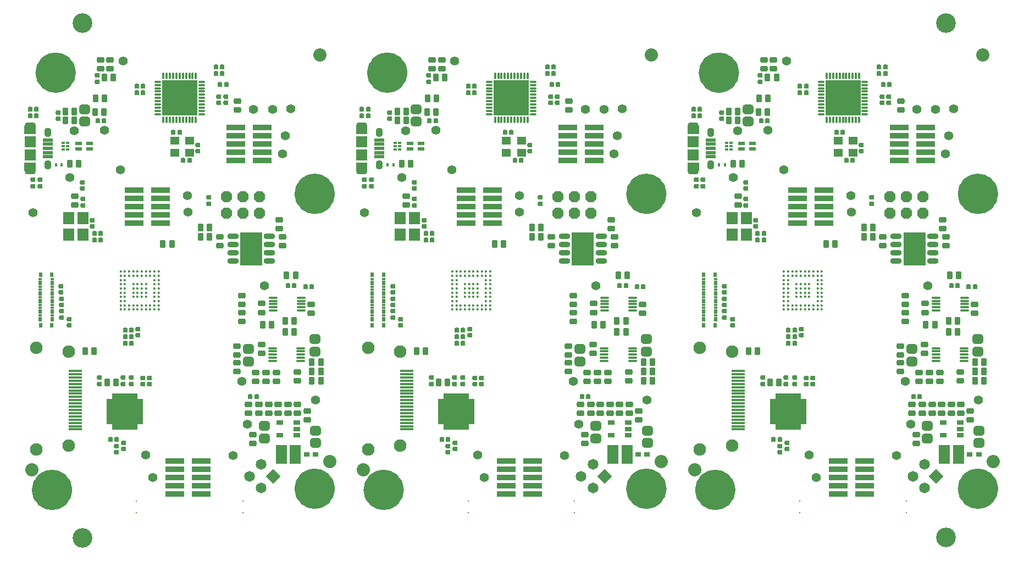
<source format=gts>
G04 Layer_Color=8388736*
%FSLAX24Y24*%
%MOIN*%
G70*
G01*
G75*
%ADD136C,0.1220*%
%ADD137R,0.2244X0.1555*%
%ADD138R,0.1555X0.2244*%
G04:AMPARAMS|DCode=139|XSize=118.7mil|YSize=118.7mil|CornerRadius=59.4mil|HoleSize=0mil|Usage=FLASHONLY|Rotation=90.000|XOffset=0mil|YOffset=0mil|HoleType=Round|Shape=RoundedRectangle|*
%AMROUNDEDRECTD139*
21,1,0.1187,0.0000,0,0,90.0*
21,1,0.0000,0.1187,0,0,90.0*
1,1,0.1187,0.0000,0.0000*
1,1,0.1187,0.0000,0.0000*
1,1,0.1187,0.0000,0.0000*
1,1,0.1187,0.0000,0.0000*
%
%ADD139ROUNDEDRECTD139*%
G04:AMPARAMS|DCode=140|XSize=28mil|YSize=30mil|CornerRadius=7.4mil|HoleSize=0mil|Usage=FLASHONLY|Rotation=0.000|XOffset=0mil|YOffset=0mil|HoleType=Round|Shape=RoundedRectangle|*
%AMROUNDEDRECTD140*
21,1,0.0280,0.0152,0,0,0.0*
21,1,0.0132,0.0300,0,0,0.0*
1,1,0.0148,0.0066,-0.0076*
1,1,0.0148,-0.0066,-0.0076*
1,1,0.0148,-0.0066,0.0076*
1,1,0.0148,0.0066,0.0076*
%
%ADD140ROUNDEDRECTD140*%
G04:AMPARAMS|DCode=141|XSize=28mil|YSize=30mil|CornerRadius=7.4mil|HoleSize=0mil|Usage=FLASHONLY|Rotation=90.000|XOffset=0mil|YOffset=0mil|HoleType=Round|Shape=RoundedRectangle|*
%AMROUNDEDRECTD141*
21,1,0.0280,0.0152,0,0,90.0*
21,1,0.0132,0.0300,0,0,90.0*
1,1,0.0148,0.0076,0.0066*
1,1,0.0148,0.0076,-0.0066*
1,1,0.0148,-0.0076,-0.0066*
1,1,0.0148,-0.0076,0.0066*
%
%ADD141ROUNDEDRECTD141*%
G04:AMPARAMS|DCode=142|XSize=56mil|YSize=56mil|CornerRadius=28mil|HoleSize=0mil|Usage=FLASHONLY|Rotation=90.000|XOffset=0mil|YOffset=0mil|HoleType=Round|Shape=RoundedRectangle|*
%AMROUNDEDRECTD142*
21,1,0.0560,0.0000,0,0,90.0*
21,1,0.0000,0.0560,0,0,90.0*
1,1,0.0560,0.0000,0.0000*
1,1,0.0560,0.0000,0.0000*
1,1,0.0560,0.0000,0.0000*
1,1,0.0560,0.0000,0.0000*
%
%ADD142ROUNDEDRECTD142*%
G04:AMPARAMS|DCode=143|XSize=56mil|YSize=56mil|CornerRadius=28mil|HoleSize=0mil|Usage=FLASHONLY|Rotation=180.000|XOffset=0mil|YOffset=0mil|HoleType=Round|Shape=RoundedRectangle|*
%AMROUNDEDRECTD143*
21,1,0.0560,0.0000,0,0,180.0*
21,1,0.0000,0.0560,0,0,180.0*
1,1,0.0560,0.0000,0.0000*
1,1,0.0560,0.0000,0.0000*
1,1,0.0560,0.0000,0.0000*
1,1,0.0560,0.0000,0.0000*
%
%ADD143ROUNDEDRECTD143*%
G04:AMPARAMS|DCode=144|XSize=35.1mil|YSize=45.4mil|CornerRadius=8.8mil|HoleSize=0mil|Usage=FLASHONLY|Rotation=270.000|XOffset=0mil|YOffset=0mil|HoleType=Round|Shape=RoundedRectangle|*
%AMROUNDEDRECTD144*
21,1,0.0351,0.0277,0,0,270.0*
21,1,0.0175,0.0454,0,0,270.0*
1,1,0.0177,-0.0139,-0.0087*
1,1,0.0177,-0.0139,0.0087*
1,1,0.0177,0.0139,0.0087*
1,1,0.0177,0.0139,-0.0087*
%
%ADD144ROUNDEDRECTD144*%
G04:AMPARAMS|DCode=145|XSize=58mil|YSize=66mil|CornerRadius=16mil|HoleSize=0mil|Usage=FLASHONLY|Rotation=270.000|XOffset=0mil|YOffset=0mil|HoleType=Round|Shape=RoundedRectangle|*
%AMROUNDEDRECTD145*
21,1,0.0580,0.0340,0,0,270.0*
21,1,0.0260,0.0660,0,0,270.0*
1,1,0.0320,-0.0170,-0.0130*
1,1,0.0320,-0.0170,0.0130*
1,1,0.0320,0.0170,0.0130*
1,1,0.0320,0.0170,-0.0130*
%
%ADD145ROUNDEDRECTD145*%
%ADD146R,0.0178X0.0217*%
%ADD147R,0.1162X0.0355*%
%ADD148R,0.0651X0.0729*%
%ADD149O,0.0355X0.0158*%
%ADD150O,0.0158X0.0355*%
%ADD151R,0.1477X0.1477*%
%ADD152R,0.0670X0.0651*%
%ADD153R,0.0592X0.0217*%
%ADD154R,0.0580X0.0480*%
%ADD155R,0.0188X0.0166*%
%ADD156R,0.0414X0.0217*%
%ADD157C,0.0142*%
%ADD158R,0.1320X0.1989*%
%ADD159O,0.0710X0.0355*%
%ADD160R,0.0198X0.0170*%
%ADD161R,0.0206X0.0257*%
%ADD162R,0.0340X0.0260*%
%ADD163R,0.0808X0.0178*%
%ADD164R,0.0670X0.1123*%
G04:AMPARAMS|DCode=165|XSize=35.1mil|YSize=45.4mil|CornerRadius=8.8mil|HoleSize=0mil|Usage=FLASHONLY|Rotation=180.000|XOffset=0mil|YOffset=0mil|HoleType=Round|Shape=RoundedRectangle|*
%AMROUNDEDRECTD165*
21,1,0.0351,0.0277,0,0,180.0*
21,1,0.0175,0.0454,0,0,180.0*
1,1,0.0177,-0.0087,0.0139*
1,1,0.0177,0.0087,0.0139*
1,1,0.0177,0.0087,-0.0139*
1,1,0.0177,-0.0087,-0.0139*
%
%ADD165ROUNDEDRECTD165*%
%ADD166O,0.0513X0.0158*%
%ADD167R,0.0395X0.0277*%
%ADD168R,0.2147X0.2147*%
%ADD169O,0.0158X0.0395*%
%ADD170O,0.0395X0.0158*%
G04:AMPARAMS|DCode=171|XSize=80mil|YSize=80mil|CornerRadius=40mil|HoleSize=0mil|Usage=FLASHONLY|Rotation=90.000|XOffset=0mil|YOffset=0mil|HoleType=Round|Shape=RoundedRectangle|*
%AMROUNDEDRECTD171*
21,1,0.0800,0.0000,0,0,90.0*
21,1,0.0000,0.0800,0,0,90.0*
1,1,0.0800,0.0000,0.0000*
1,1,0.0800,0.0000,0.0000*
1,1,0.0800,0.0000,0.0000*
1,1,0.0800,0.0000,0.0000*
%
%ADD171ROUNDEDRECTD171*%
%ADD172R,0.0060X0.0060*%
%ADD173P,0.0736X8X202.5*%
G04:AMPARAMS|DCode=174|XSize=67mil|YSize=41mil|CornerRadius=17mil|HoleSize=0mil|Usage=FLASHONLY|Rotation=0.000|XOffset=0mil|YOffset=0mil|HoleType=Round|Shape=RoundedRectangle|*
%AMROUNDEDRECTD174*
21,1,0.0670,0.0070,0,0,0.0*
21,1,0.0330,0.0410,0,0,0.0*
1,1,0.0340,0.0165,-0.0035*
1,1,0.0340,-0.0165,-0.0035*
1,1,0.0340,-0.0165,0.0035*
1,1,0.0340,0.0165,0.0035*
%
%ADD174ROUNDEDRECTD174*%
G04:AMPARAMS|DCode=175|XSize=55.2mil|YSize=42.6mil|CornerRadius=17.6mil|HoleSize=0mil|Usage=FLASHONLY|Rotation=270.000|XOffset=0mil|YOffset=0mil|HoleType=Round|Shape=RoundedRectangle|*
%AMROUNDEDRECTD175*
21,1,0.0552,0.0073,0,0,270.0*
21,1,0.0199,0.0426,0,0,270.0*
1,1,0.0353,-0.0037,-0.0100*
1,1,0.0353,-0.0037,0.0100*
1,1,0.0353,0.0037,0.0100*
1,1,0.0353,0.0037,-0.0100*
%
%ADD175ROUNDEDRECTD175*%
%ADD176C,0.0760*%
%ADD177P,0.0920X4X180.0*%
%ADD178C,0.0651*%
G36*
X41177Y25783D02*
X40488Y25783D01*
X40488Y26295D01*
X41177Y26295D01*
X41177Y25783D01*
D02*
G37*
G36*
X21066D02*
X20377Y25783D01*
X20377Y26295D01*
X21066Y26295D01*
X21066Y25783D01*
D02*
G37*
G36*
X954D02*
X266Y25783D01*
X266Y26295D01*
X954Y26295D01*
X954Y25783D01*
D02*
G37*
G36*
X41177Y23539D02*
X40488Y23539D01*
X40488Y24051D01*
X41177Y24051D01*
X41177Y23539D01*
D02*
G37*
G36*
X21066D02*
X20377Y23539D01*
X20377Y24051D01*
X21066Y24051D01*
X21066Y23539D01*
D02*
G37*
G36*
X954D02*
X266Y23539D01*
X266Y24051D01*
X954Y24051D01*
X954Y23539D01*
D02*
G37*
D136*
X18481Y4269D02*
G03*
X18481Y4269I-610J0D01*
G01*
Y22159D02*
G03*
X18481Y22159I-610J0D01*
G01*
X2770Y29509D02*
G03*
X2770Y29509I-610J0D01*
G01*
X2550Y4199D02*
G03*
X2550Y4199I-610J0D01*
G01*
X38593Y4269D02*
G03*
X38593Y4269I-610J0D01*
G01*
Y22159D02*
G03*
X38593Y22159I-610J0D01*
G01*
X22882Y29509D02*
G03*
X22882Y29509I-610J0D01*
G01*
X22662Y4199D02*
G03*
X22662Y4199I-610J0D01*
G01*
X58704Y4269D02*
G03*
X58704Y4269I-610J0D01*
G01*
Y22159D02*
G03*
X58704Y22159I-610J0D01*
G01*
X42993Y29509D02*
G03*
X42993Y29509I-610J0D01*
G01*
X42773Y4199D02*
G03*
X42773Y4199I-610J0D01*
G01*
D137*
X6350Y8949D02*
D03*
X26461D02*
D03*
X46573D02*
D03*
D138*
X6350D02*
D03*
X26461D02*
D03*
X46573D02*
D03*
D139*
X3789Y32519D02*
D03*
X56151D02*
D03*
Y1319D02*
D03*
X3789Y1289D02*
D03*
D140*
X624Y26879D02*
D03*
X1001D02*
D03*
X624Y27269D02*
D03*
X1001D02*
D03*
X5098Y26579D02*
D03*
X4721D02*
D03*
X6753Y13475D02*
D03*
X6374D02*
D03*
X4504Y19347D02*
D03*
X4883D02*
D03*
X4504Y19737D02*
D03*
X4883D02*
D03*
X6380Y13869D02*
D03*
X6757D02*
D03*
X6754Y13079D02*
D03*
X6377D02*
D03*
X5479Y7263D02*
D03*
X5856D02*
D03*
X9680Y25887D02*
D03*
X9301D02*
D03*
X9901Y24191D02*
D03*
X10278D02*
D03*
X7450Y28669D02*
D03*
X7071D02*
D03*
X7450Y28277D02*
D03*
X7071D02*
D03*
X17689Y16534D02*
D03*
X17310D02*
D03*
X16249Y16573D02*
D03*
X16627D02*
D03*
X12251Y29459D02*
D03*
X11872D02*
D03*
X11871Y29849D02*
D03*
X12250D02*
D03*
X12511Y28799D02*
D03*
X12132D02*
D03*
X14340Y9839D02*
D03*
X13963D02*
D03*
X20735Y26879D02*
D03*
X21112D02*
D03*
X20735Y27269D02*
D03*
X21112D02*
D03*
X25209Y26579D02*
D03*
X24832D02*
D03*
X26865Y13475D02*
D03*
X26486D02*
D03*
X24615Y19347D02*
D03*
X24994D02*
D03*
X24615Y19737D02*
D03*
X24994D02*
D03*
X26491Y13869D02*
D03*
X26868D02*
D03*
X26866Y13079D02*
D03*
X26489D02*
D03*
X25591Y7263D02*
D03*
X25968D02*
D03*
X29791Y25887D02*
D03*
X29412D02*
D03*
X30012Y24191D02*
D03*
X30389D02*
D03*
X27561Y28669D02*
D03*
X27182D02*
D03*
X27561Y28277D02*
D03*
X27182D02*
D03*
X37801Y16534D02*
D03*
X37422D02*
D03*
X36360Y16573D02*
D03*
X36739D02*
D03*
X32362Y29459D02*
D03*
X31983D02*
D03*
X31982Y29849D02*
D03*
X32361D02*
D03*
X32622Y28799D02*
D03*
X32243D02*
D03*
X34451Y9839D02*
D03*
X34074D02*
D03*
X40847Y26879D02*
D03*
X41224D02*
D03*
X40847Y27269D02*
D03*
X41224D02*
D03*
X45321Y26579D02*
D03*
X44944D02*
D03*
X46976Y13475D02*
D03*
X46597D02*
D03*
X44727Y19347D02*
D03*
X45106D02*
D03*
X44727Y19737D02*
D03*
X45106D02*
D03*
X46603Y13869D02*
D03*
X46980D02*
D03*
X46977Y13079D02*
D03*
X46600D02*
D03*
X45702Y7263D02*
D03*
X46079D02*
D03*
X49903Y25887D02*
D03*
X49524D02*
D03*
X50124Y24191D02*
D03*
X50500D02*
D03*
X47673Y28669D02*
D03*
X47294D02*
D03*
X47673Y28277D02*
D03*
X47294D02*
D03*
X57912Y16534D02*
D03*
X57533D02*
D03*
X56471Y16573D02*
D03*
X56850D02*
D03*
X52474Y29459D02*
D03*
X52095D02*
D03*
X52094Y29849D02*
D03*
X52473D02*
D03*
X52734Y28799D02*
D03*
X52355D02*
D03*
X54563Y9839D02*
D03*
X54186D02*
D03*
D141*
X4671Y28962D02*
D03*
Y29339D02*
D03*
X11441Y21559D02*
D03*
Y21938D02*
D03*
X12061Y28048D02*
D03*
Y27669D02*
D03*
X12471Y28048D02*
D03*
Y27669D02*
D03*
X7169Y13579D02*
D03*
Y13956D02*
D03*
X4393Y20547D02*
D03*
Y20170D02*
D03*
X3813Y21837D02*
D03*
Y21460D02*
D03*
X3803Y22489D02*
D03*
Y22866D02*
D03*
X7470Y10620D02*
D03*
Y10999D02*
D03*
X7870Y10620D02*
D03*
Y10999D02*
D03*
X4831Y10632D02*
D03*
Y11009D02*
D03*
X10796Y25116D02*
D03*
Y24739D02*
D03*
X2321Y27079D02*
D03*
Y26702D02*
D03*
X1211Y23009D02*
D03*
Y22630D02*
D03*
X781Y23006D02*
D03*
Y22629D02*
D03*
X6750Y11006D02*
D03*
Y10629D02*
D03*
X5850Y6846D02*
D03*
Y6469D02*
D03*
X6290Y6682D02*
D03*
Y7059D02*
D03*
X6240Y11006D02*
D03*
Y10629D02*
D03*
X2500Y16179D02*
D03*
Y16556D02*
D03*
X2510Y15799D02*
D03*
Y15422D02*
D03*
Y15039D02*
D03*
Y14662D02*
D03*
X2990Y14169D02*
D03*
Y14546D02*
D03*
X24782Y28962D02*
D03*
Y29339D02*
D03*
X31552Y21559D02*
D03*
Y21938D02*
D03*
X32172Y28048D02*
D03*
Y27669D02*
D03*
X32582Y28048D02*
D03*
Y27669D02*
D03*
X27281Y13579D02*
D03*
Y13956D02*
D03*
X24504Y20547D02*
D03*
Y20170D02*
D03*
X23924Y21837D02*
D03*
Y21460D02*
D03*
X23914Y22489D02*
D03*
Y22866D02*
D03*
X27581Y10620D02*
D03*
Y10999D02*
D03*
X27981Y10620D02*
D03*
Y10999D02*
D03*
X24943Y10632D02*
D03*
Y11009D02*
D03*
X30908Y25116D02*
D03*
Y24739D02*
D03*
X22432Y27079D02*
D03*
Y26702D02*
D03*
X21322Y23009D02*
D03*
Y22630D02*
D03*
X20892Y23006D02*
D03*
Y22629D02*
D03*
X26861Y11006D02*
D03*
Y10629D02*
D03*
X25961Y6846D02*
D03*
Y6469D02*
D03*
X26401Y6682D02*
D03*
Y7059D02*
D03*
X26351Y11006D02*
D03*
Y10629D02*
D03*
X22611Y16179D02*
D03*
Y16556D02*
D03*
X22621Y15799D02*
D03*
Y15422D02*
D03*
Y15039D02*
D03*
Y14662D02*
D03*
X23101Y14169D02*
D03*
Y14546D02*
D03*
X44894Y28962D02*
D03*
Y29339D02*
D03*
X51664Y21559D02*
D03*
Y21938D02*
D03*
X52284Y28048D02*
D03*
Y27669D02*
D03*
X52694Y28048D02*
D03*
Y27669D02*
D03*
X47392Y13579D02*
D03*
Y13956D02*
D03*
X44616Y20547D02*
D03*
Y20170D02*
D03*
X44036Y21837D02*
D03*
Y21460D02*
D03*
X44026Y22489D02*
D03*
Y22866D02*
D03*
X47693Y10620D02*
D03*
Y10999D02*
D03*
X48093Y10620D02*
D03*
Y10999D02*
D03*
X45054Y10632D02*
D03*
Y11009D02*
D03*
X51019Y25116D02*
D03*
Y24739D02*
D03*
X42544Y27079D02*
D03*
Y26702D02*
D03*
X41434Y23009D02*
D03*
Y22630D02*
D03*
X41004Y23006D02*
D03*
Y22629D02*
D03*
X46973Y11006D02*
D03*
Y10629D02*
D03*
X46073Y6846D02*
D03*
Y6469D02*
D03*
X46513Y6682D02*
D03*
Y7059D02*
D03*
X46463Y11006D02*
D03*
Y10629D02*
D03*
X42723Y16179D02*
D03*
Y16556D02*
D03*
X42733Y15799D02*
D03*
Y15422D02*
D03*
Y15039D02*
D03*
Y14662D02*
D03*
X43213Y14169D02*
D03*
Y14546D02*
D03*
D142*
X16101Y25679D02*
D03*
X790Y21009D02*
D03*
X14160Y27299D02*
D03*
X15310D02*
D03*
X13790Y8189D02*
D03*
X6091Y23619D02*
D03*
X10181Y21039D02*
D03*
X10161Y22049D02*
D03*
X7630Y6309D02*
D03*
X16410Y27309D02*
D03*
X15910Y24569D02*
D03*
X17910Y9659D02*
D03*
X5121Y26009D02*
D03*
X6251Y30209D02*
D03*
X14823Y16573D02*
D03*
X13451Y10779D02*
D03*
X8051Y4959D02*
D03*
X3281Y25969D02*
D03*
X3031Y23149D02*
D03*
X36212Y25679D02*
D03*
X20901Y21009D02*
D03*
X34271Y27299D02*
D03*
X35421D02*
D03*
X33901Y8189D02*
D03*
X26202Y23619D02*
D03*
X30292Y21039D02*
D03*
X30272Y22049D02*
D03*
X27741Y6309D02*
D03*
X36521Y27309D02*
D03*
X36021Y24569D02*
D03*
X38021Y9659D02*
D03*
X25232Y26009D02*
D03*
X26362Y30209D02*
D03*
X34935Y16573D02*
D03*
X33562Y10779D02*
D03*
X28162Y4959D02*
D03*
X23392Y25969D02*
D03*
X23142Y23149D02*
D03*
X56324Y25679D02*
D03*
X41013Y21009D02*
D03*
X54383Y27299D02*
D03*
X55533D02*
D03*
X54013Y8189D02*
D03*
X46314Y23619D02*
D03*
X50404Y21039D02*
D03*
X50384Y22049D02*
D03*
X47853Y6309D02*
D03*
X56633Y27309D02*
D03*
X56133Y24569D02*
D03*
X58133Y9659D02*
D03*
X45344Y26009D02*
D03*
X46474Y30209D02*
D03*
X55046Y16573D02*
D03*
X53674Y10779D02*
D03*
X48274Y4959D02*
D03*
X43504Y25969D02*
D03*
X43254Y23149D02*
D03*
D143*
X12920Y6279D02*
D03*
X33031D02*
D03*
X53143D02*
D03*
D144*
X16836Y9379D02*
D03*
Y8843D02*
D03*
X13191Y27797D02*
D03*
Y27262D02*
D03*
X16811Y11337D02*
D03*
Y10802D02*
D03*
X14289Y11334D02*
D03*
Y10799D02*
D03*
X14919Y11334D02*
D03*
Y10799D02*
D03*
X15549Y11334D02*
D03*
Y10799D02*
D03*
X17410Y8462D02*
D03*
Y8997D02*
D03*
X14496Y9379D02*
D03*
Y8843D02*
D03*
X15081D02*
D03*
Y9379D02*
D03*
X13860Y8842D02*
D03*
Y9377D02*
D03*
X15666Y8843D02*
D03*
Y9379D02*
D03*
X17658Y15463D02*
D03*
Y14927D02*
D03*
X14666Y14967D02*
D03*
Y15502D02*
D03*
X12105Y19564D02*
D03*
Y19028D02*
D03*
X15935Y19032D02*
D03*
Y19567D02*
D03*
X14643Y13027D02*
D03*
Y12492D02*
D03*
X3323Y22034D02*
D03*
Y21499D02*
D03*
X16251Y8843D02*
D03*
Y9379D02*
D03*
X13151Y12907D02*
D03*
Y12372D02*
D03*
X13455Y15442D02*
D03*
Y15977D02*
D03*
X4891Y30287D02*
D03*
Y29752D02*
D03*
X15728Y20587D02*
D03*
Y20052D02*
D03*
X13151Y11907D02*
D03*
Y11372D02*
D03*
X13455Y14432D02*
D03*
Y14967D02*
D03*
X5461Y30287D02*
D03*
Y29752D02*
D03*
X14130Y7032D02*
D03*
Y7567D02*
D03*
X36948Y9379D02*
D03*
Y8843D02*
D03*
X33302Y27797D02*
D03*
Y27262D02*
D03*
X36922Y11337D02*
D03*
Y10802D02*
D03*
X34400Y11334D02*
D03*
Y10799D02*
D03*
X35030Y11334D02*
D03*
Y10799D02*
D03*
X35660Y11334D02*
D03*
Y10799D02*
D03*
X37521Y8462D02*
D03*
Y8997D02*
D03*
X34608Y9379D02*
D03*
Y8843D02*
D03*
X35193D02*
D03*
Y9379D02*
D03*
X33971Y8842D02*
D03*
Y9377D02*
D03*
X35778Y8843D02*
D03*
Y9379D02*
D03*
X37769Y15463D02*
D03*
Y14927D02*
D03*
X34777Y14967D02*
D03*
Y15502D02*
D03*
X32216Y19564D02*
D03*
Y19028D02*
D03*
X36046Y19032D02*
D03*
Y19567D02*
D03*
X34755Y13027D02*
D03*
Y12492D02*
D03*
X23434Y22034D02*
D03*
Y21499D02*
D03*
X36363Y8843D02*
D03*
Y9379D02*
D03*
X33262Y12907D02*
D03*
Y12372D02*
D03*
X33566Y15442D02*
D03*
Y15977D02*
D03*
X25002Y30287D02*
D03*
Y29752D02*
D03*
X35839Y20587D02*
D03*
Y20052D02*
D03*
X33262Y11907D02*
D03*
Y11372D02*
D03*
X33566Y14432D02*
D03*
Y14967D02*
D03*
X25572Y30287D02*
D03*
Y29752D02*
D03*
X34241Y7032D02*
D03*
Y7567D02*
D03*
X57059Y9379D02*
D03*
Y8843D02*
D03*
X53414Y27797D02*
D03*
Y27262D02*
D03*
X57034Y11337D02*
D03*
Y10802D02*
D03*
X54512Y11334D02*
D03*
Y10799D02*
D03*
X55141Y11334D02*
D03*
Y10799D02*
D03*
X55771Y11334D02*
D03*
Y10799D02*
D03*
X57633Y8462D02*
D03*
Y8997D02*
D03*
X54719Y9379D02*
D03*
Y8843D02*
D03*
X55304D02*
D03*
Y9379D02*
D03*
X54083Y8842D02*
D03*
Y9377D02*
D03*
X55889Y8843D02*
D03*
Y9379D02*
D03*
X57881Y15463D02*
D03*
Y14927D02*
D03*
X54889Y14967D02*
D03*
Y15502D02*
D03*
X52328Y19564D02*
D03*
Y19028D02*
D03*
X56157Y19032D02*
D03*
Y19567D02*
D03*
X54866Y13027D02*
D03*
Y12492D02*
D03*
X43546Y22034D02*
D03*
Y21499D02*
D03*
X56474Y8843D02*
D03*
Y9379D02*
D03*
X53374Y12907D02*
D03*
Y12372D02*
D03*
X53677Y15442D02*
D03*
Y15977D02*
D03*
X45114Y30287D02*
D03*
Y29752D02*
D03*
X55951Y20587D02*
D03*
Y20052D02*
D03*
X53374Y11907D02*
D03*
Y11372D02*
D03*
X53677Y14432D02*
D03*
Y14967D02*
D03*
X45684Y30287D02*
D03*
Y29752D02*
D03*
X54353Y7032D02*
D03*
Y7567D02*
D03*
D145*
X3921Y26546D02*
D03*
Y27300D02*
D03*
X17930Y7799D02*
D03*
Y7045D02*
D03*
X13856Y12746D02*
D03*
Y11992D02*
D03*
X14806Y8081D02*
D03*
Y7327D02*
D03*
X17871Y13337D02*
D03*
Y12583D02*
D03*
X24032Y26546D02*
D03*
Y27300D02*
D03*
X38041Y7799D02*
D03*
Y7045D02*
D03*
X33967Y12746D02*
D03*
Y11992D02*
D03*
X34918Y8081D02*
D03*
Y7327D02*
D03*
X37983Y13337D02*
D03*
Y12583D02*
D03*
X44144Y26546D02*
D03*
Y27300D02*
D03*
X58153Y7799D02*
D03*
Y7045D02*
D03*
X54078Y12746D02*
D03*
Y11992D02*
D03*
X55029Y8081D02*
D03*
Y7327D02*
D03*
X58094Y13337D02*
D03*
Y12583D02*
D03*
D146*
X2174Y23929D02*
D03*
X2528D02*
D03*
X22285D02*
D03*
X22640D02*
D03*
X42397D02*
D03*
X42751D02*
D03*
D147*
X9392Y5959D02*
D03*
X10990D02*
D03*
X9392Y5459D02*
D03*
X10990D02*
D03*
X9392Y4959D02*
D03*
X10990D02*
D03*
X9392Y4459D02*
D03*
X10990D02*
D03*
X9392Y3959D02*
D03*
X10990D02*
D03*
X6931Y22384D02*
D03*
X8529D02*
D03*
X6931Y21884D02*
D03*
X8529D02*
D03*
X6931Y21384D02*
D03*
X8529D02*
D03*
X6931Y20884D02*
D03*
X8529D02*
D03*
X6931Y20384D02*
D03*
X8529D02*
D03*
X14700Y24179D02*
D03*
X13102D02*
D03*
X14700Y24679D02*
D03*
X13102D02*
D03*
X14700Y25179D02*
D03*
X13102D02*
D03*
X14700Y25679D02*
D03*
X13102D02*
D03*
X14700Y26179D02*
D03*
X13102D02*
D03*
X29503Y5959D02*
D03*
X31102D02*
D03*
X29503Y5459D02*
D03*
X31102D02*
D03*
X29503Y4959D02*
D03*
X31102D02*
D03*
X29503Y4459D02*
D03*
X31102D02*
D03*
X29503Y3959D02*
D03*
X31102D02*
D03*
X27042Y22384D02*
D03*
X28641D02*
D03*
X27042Y21884D02*
D03*
X28641D02*
D03*
X27042Y21384D02*
D03*
X28641D02*
D03*
X27042Y20884D02*
D03*
X28641D02*
D03*
X27042Y20384D02*
D03*
X28641D02*
D03*
X34812Y24179D02*
D03*
X33213D02*
D03*
X34812Y24679D02*
D03*
X33213D02*
D03*
X34812Y25179D02*
D03*
X33213D02*
D03*
X34812Y25679D02*
D03*
X33213D02*
D03*
X34812Y26179D02*
D03*
X33213D02*
D03*
X49615Y5959D02*
D03*
X51213D02*
D03*
X49615Y5459D02*
D03*
X51213D02*
D03*
X49615Y4959D02*
D03*
X51213D02*
D03*
X49615Y4459D02*
D03*
X51213D02*
D03*
X49615Y3959D02*
D03*
X51213D02*
D03*
X47154Y22384D02*
D03*
X48752D02*
D03*
X47154Y21884D02*
D03*
X48752D02*
D03*
X47154Y21384D02*
D03*
X48752D02*
D03*
X47154Y20884D02*
D03*
X48752D02*
D03*
X47154Y20384D02*
D03*
X48752D02*
D03*
X54923Y24179D02*
D03*
X53325D02*
D03*
X54923Y24679D02*
D03*
X53325D02*
D03*
X54923Y25179D02*
D03*
X53325D02*
D03*
X54923Y25679D02*
D03*
X53325D02*
D03*
X54923Y26179D02*
D03*
X53325D02*
D03*
D148*
X2950Y20697D02*
D03*
Y19697D02*
D03*
X3816D02*
D03*
Y20697D02*
D03*
X23061D02*
D03*
Y19697D02*
D03*
X23927D02*
D03*
Y20697D02*
D03*
X43173D02*
D03*
Y19697D02*
D03*
X44039D02*
D03*
Y20697D02*
D03*
D149*
X7285Y8260D02*
D03*
Y8457D02*
D03*
Y8654D02*
D03*
Y8851D02*
D03*
Y9048D02*
D03*
Y9245D02*
D03*
Y9441D02*
D03*
Y9638D02*
D03*
X5415D02*
D03*
Y9441D02*
D03*
Y9245D02*
D03*
Y9048D02*
D03*
Y8851D02*
D03*
Y8654D02*
D03*
Y8457D02*
D03*
Y8260D02*
D03*
X27396D02*
D03*
Y8457D02*
D03*
Y8654D02*
D03*
Y8851D02*
D03*
Y9048D02*
D03*
Y9245D02*
D03*
Y9441D02*
D03*
Y9638D02*
D03*
X25526D02*
D03*
Y9441D02*
D03*
Y9245D02*
D03*
Y9048D02*
D03*
Y8851D02*
D03*
Y8654D02*
D03*
Y8457D02*
D03*
Y8260D02*
D03*
X47508D02*
D03*
Y8457D02*
D03*
Y8654D02*
D03*
Y8851D02*
D03*
Y9048D02*
D03*
Y9245D02*
D03*
Y9441D02*
D03*
Y9638D02*
D03*
X45638D02*
D03*
Y9441D02*
D03*
Y9245D02*
D03*
Y9048D02*
D03*
Y8851D02*
D03*
Y8654D02*
D03*
Y8457D02*
D03*
Y8260D02*
D03*
D150*
X7039Y9884D02*
D03*
X6842D02*
D03*
X6645D02*
D03*
X6448D02*
D03*
X6252D02*
D03*
X6055D02*
D03*
X5858D02*
D03*
X5661D02*
D03*
Y8014D02*
D03*
X5858D02*
D03*
X6055D02*
D03*
X6252D02*
D03*
X6448D02*
D03*
X6645D02*
D03*
X6842D02*
D03*
X7039D02*
D03*
X27150Y9884D02*
D03*
X26953D02*
D03*
X26757D02*
D03*
X26560D02*
D03*
X26363D02*
D03*
X26166D02*
D03*
X25969D02*
D03*
X25772D02*
D03*
Y8014D02*
D03*
X25969D02*
D03*
X26166D02*
D03*
X26363D02*
D03*
X26560D02*
D03*
X26757D02*
D03*
X26953D02*
D03*
X27150D02*
D03*
X47262Y9884D02*
D03*
X47065D02*
D03*
X46868D02*
D03*
X46671D02*
D03*
X46474D02*
D03*
X46277D02*
D03*
X46081D02*
D03*
X45884D02*
D03*
Y8014D02*
D03*
X46081D02*
D03*
X46277D02*
D03*
X46474D02*
D03*
X46671D02*
D03*
X46868D02*
D03*
X47065D02*
D03*
X47262D02*
D03*
D151*
X6350Y8949D02*
D03*
X26461D02*
D03*
X46573D02*
D03*
D152*
X610Y24523D02*
D03*
Y25311D02*
D03*
X20721Y24523D02*
D03*
Y25311D02*
D03*
X40833Y24523D02*
D03*
Y25311D02*
D03*
D153*
X1673Y25429D02*
D03*
Y25173D02*
D03*
Y24917D02*
D03*
Y24661D02*
D03*
Y24405D02*
D03*
X21784Y25429D02*
D03*
Y25173D02*
D03*
Y24917D02*
D03*
Y24661D02*
D03*
Y24405D02*
D03*
X41896Y25429D02*
D03*
Y25173D02*
D03*
Y24917D02*
D03*
Y24661D02*
D03*
Y24405D02*
D03*
D154*
X10301Y25396D02*
D03*
X9389D02*
D03*
Y24661D02*
D03*
X10301D02*
D03*
X30413Y25396D02*
D03*
X29500D02*
D03*
Y24661D02*
D03*
X30413D02*
D03*
X50524Y25396D02*
D03*
X49611D02*
D03*
Y24661D02*
D03*
X50524D02*
D03*
D155*
X2903Y24860D02*
D03*
Y25057D02*
D03*
X2637Y24860D02*
D03*
Y25057D02*
D03*
X2903Y25254D02*
D03*
X2637D02*
D03*
X23014Y24860D02*
D03*
Y25057D02*
D03*
X22748Y24860D02*
D03*
Y25057D02*
D03*
X23014Y25254D02*
D03*
X22748D02*
D03*
X43125Y24860D02*
D03*
Y25057D02*
D03*
X42860Y24860D02*
D03*
Y25057D02*
D03*
X43125Y25254D02*
D03*
X42860D02*
D03*
D156*
X3545Y24899D02*
D03*
Y25214D02*
D03*
X4215Y24899D02*
D03*
Y25214D02*
D03*
X23657Y24899D02*
D03*
Y25214D02*
D03*
X24326Y24899D02*
D03*
Y25214D02*
D03*
X43768Y24899D02*
D03*
Y25214D02*
D03*
X44437Y24899D02*
D03*
Y25214D02*
D03*
D157*
X6361Y16417D02*
D03*
X6105Y16161D02*
D03*
X6361D02*
D03*
X6105Y15650D02*
D03*
Y15394D02*
D03*
Y17441D02*
D03*
X6361D02*
D03*
X6617D02*
D03*
X6873D02*
D03*
X7129D02*
D03*
X7385D02*
D03*
X7641D02*
D03*
X7896D02*
D03*
X8152D02*
D03*
X8408D02*
D03*
X6105Y17185D02*
D03*
X6361D02*
D03*
X6617D02*
D03*
X6873D02*
D03*
X7129D02*
D03*
X7385D02*
D03*
X7641D02*
D03*
X7896D02*
D03*
X8152D02*
D03*
X8408D02*
D03*
X6105Y16929D02*
D03*
X6361D02*
D03*
X8152D02*
D03*
X8408D02*
D03*
X6105Y16673D02*
D03*
X6361D02*
D03*
X6873D02*
D03*
X7129D02*
D03*
X7385D02*
D03*
X7641D02*
D03*
X8152D02*
D03*
X8408D02*
D03*
X6105Y16417D02*
D03*
X6873D02*
D03*
X7129D02*
D03*
X7385D02*
D03*
X7641D02*
D03*
X8152D02*
D03*
X8408D02*
D03*
X6873Y16161D02*
D03*
X7129D02*
D03*
X7385D02*
D03*
X7641D02*
D03*
X8152D02*
D03*
X8408D02*
D03*
Y15138D02*
D03*
X8152D02*
D03*
X7896D02*
D03*
X7641D02*
D03*
X7385D02*
D03*
X7129D02*
D03*
X6873D02*
D03*
X6617D02*
D03*
X6361D02*
D03*
X6105D02*
D03*
X8408Y15394D02*
D03*
X8152D02*
D03*
X7896D02*
D03*
X7641D02*
D03*
X7385D02*
D03*
X7129D02*
D03*
X6873D02*
D03*
X6617D02*
D03*
X6361D02*
D03*
X8408Y15650D02*
D03*
X8152D02*
D03*
X6361D02*
D03*
X8408Y15906D02*
D03*
X8152D02*
D03*
X7641D02*
D03*
X7385D02*
D03*
X7129D02*
D03*
X6873D02*
D03*
X6361D02*
D03*
X6105D02*
D03*
X26472Y16417D02*
D03*
X26216Y16161D02*
D03*
X26472D02*
D03*
X26216Y15650D02*
D03*
Y15394D02*
D03*
Y17441D02*
D03*
X26472D02*
D03*
X26728D02*
D03*
X26984D02*
D03*
X27240D02*
D03*
X27496D02*
D03*
X27752D02*
D03*
X28008D02*
D03*
X28264D02*
D03*
X28520D02*
D03*
X26216Y17185D02*
D03*
X26472D02*
D03*
X26728D02*
D03*
X26984D02*
D03*
X27240D02*
D03*
X27496D02*
D03*
X27752D02*
D03*
X28008D02*
D03*
X28264D02*
D03*
X28520D02*
D03*
X26216Y16929D02*
D03*
X26472D02*
D03*
X28264D02*
D03*
X28520D02*
D03*
X26216Y16673D02*
D03*
X26472D02*
D03*
X26984D02*
D03*
X27240D02*
D03*
X27496D02*
D03*
X27752D02*
D03*
X28264D02*
D03*
X28520D02*
D03*
X26216Y16417D02*
D03*
X26984D02*
D03*
X27240D02*
D03*
X27496D02*
D03*
X27752D02*
D03*
X28264D02*
D03*
X28520D02*
D03*
X26984Y16161D02*
D03*
X27240D02*
D03*
X27496D02*
D03*
X27752D02*
D03*
X28264D02*
D03*
X28520D02*
D03*
Y15138D02*
D03*
X28264D02*
D03*
X28008D02*
D03*
X27752D02*
D03*
X27496D02*
D03*
X27240D02*
D03*
X26984D02*
D03*
X26728D02*
D03*
X26472D02*
D03*
X26216D02*
D03*
X28520Y15394D02*
D03*
X28264D02*
D03*
X28008D02*
D03*
X27752D02*
D03*
X27496D02*
D03*
X27240D02*
D03*
X26984D02*
D03*
X26728D02*
D03*
X26472D02*
D03*
X28520Y15650D02*
D03*
X28264D02*
D03*
X26472D02*
D03*
X28520Y15906D02*
D03*
X28264D02*
D03*
X27752D02*
D03*
X27496D02*
D03*
X27240D02*
D03*
X26984D02*
D03*
X26472D02*
D03*
X26216D02*
D03*
X46584Y16417D02*
D03*
X46328Y16161D02*
D03*
X46584D02*
D03*
X46328Y15650D02*
D03*
Y15394D02*
D03*
Y17441D02*
D03*
X46584D02*
D03*
X46840D02*
D03*
X47096D02*
D03*
X47351D02*
D03*
X47607D02*
D03*
X47863D02*
D03*
X48119D02*
D03*
X48375D02*
D03*
X48631D02*
D03*
X46328Y17185D02*
D03*
X46584D02*
D03*
X46840D02*
D03*
X47096D02*
D03*
X47351D02*
D03*
X47607D02*
D03*
X47863D02*
D03*
X48119D02*
D03*
X48375D02*
D03*
X48631D02*
D03*
X46328Y16929D02*
D03*
X46584D02*
D03*
X48375D02*
D03*
X48631D02*
D03*
X46328Y16673D02*
D03*
X46584D02*
D03*
X47096D02*
D03*
X47351D02*
D03*
X47607D02*
D03*
X47863D02*
D03*
X48375D02*
D03*
X48631D02*
D03*
X46328Y16417D02*
D03*
X47096D02*
D03*
X47351D02*
D03*
X47607D02*
D03*
X47863D02*
D03*
X48375D02*
D03*
X48631D02*
D03*
X47096Y16161D02*
D03*
X47351D02*
D03*
X47607D02*
D03*
X47863D02*
D03*
X48375D02*
D03*
X48631D02*
D03*
Y15138D02*
D03*
X48375D02*
D03*
X48119D02*
D03*
X47863D02*
D03*
X47607D02*
D03*
X47351D02*
D03*
X47096D02*
D03*
X46840D02*
D03*
X46584D02*
D03*
X46328D02*
D03*
X48631Y15394D02*
D03*
X48375D02*
D03*
X48119D02*
D03*
X47863D02*
D03*
X47607D02*
D03*
X47351D02*
D03*
X47096D02*
D03*
X46840D02*
D03*
X46584D02*
D03*
X48631Y15650D02*
D03*
X48375D02*
D03*
X46584D02*
D03*
X48631Y15906D02*
D03*
X48375D02*
D03*
X47863D02*
D03*
X47607D02*
D03*
X47351D02*
D03*
X47096D02*
D03*
X46584D02*
D03*
X46328D02*
D03*
D158*
X14025Y18819D02*
D03*
X34136D02*
D03*
X54247D02*
D03*
D159*
X15137Y18069D02*
D03*
Y18569D02*
D03*
Y19069D02*
D03*
Y19569D02*
D03*
X12912Y18069D02*
D03*
Y18569D02*
D03*
Y19069D02*
D03*
Y19569D02*
D03*
X35248Y18069D02*
D03*
Y18569D02*
D03*
Y19069D02*
D03*
Y19569D02*
D03*
X33024Y18069D02*
D03*
Y18569D02*
D03*
Y19069D02*
D03*
Y19569D02*
D03*
X55360Y18069D02*
D03*
Y18569D02*
D03*
Y19069D02*
D03*
Y19569D02*
D03*
X53135Y18069D02*
D03*
Y18569D02*
D03*
Y19069D02*
D03*
Y19569D02*
D03*
D160*
X1227Y14626D02*
D03*
Y14783D02*
D03*
Y14941D02*
D03*
Y15098D02*
D03*
Y15256D02*
D03*
Y15413D02*
D03*
Y15571D02*
D03*
Y15728D02*
D03*
Y15886D02*
D03*
Y16043D02*
D03*
Y16201D02*
D03*
Y16358D02*
D03*
Y16516D02*
D03*
Y16673D02*
D03*
Y16831D02*
D03*
Y16988D02*
D03*
Y14469D02*
D03*
X1948D02*
D03*
Y14626D02*
D03*
Y14783D02*
D03*
Y14941D02*
D03*
Y15098D02*
D03*
Y15256D02*
D03*
Y15413D02*
D03*
Y15571D02*
D03*
Y15728D02*
D03*
Y15886D02*
D03*
Y16043D02*
D03*
Y16201D02*
D03*
Y16358D02*
D03*
Y16516D02*
D03*
Y16673D02*
D03*
Y16831D02*
D03*
Y16988D02*
D03*
X21339Y14626D02*
D03*
Y14783D02*
D03*
Y14941D02*
D03*
Y15098D02*
D03*
Y15256D02*
D03*
Y15413D02*
D03*
Y15571D02*
D03*
Y15728D02*
D03*
Y15886D02*
D03*
Y16043D02*
D03*
Y16201D02*
D03*
Y16358D02*
D03*
Y16516D02*
D03*
Y16673D02*
D03*
Y16831D02*
D03*
Y16988D02*
D03*
Y14469D02*
D03*
X22059D02*
D03*
Y14626D02*
D03*
Y14783D02*
D03*
Y14941D02*
D03*
Y15098D02*
D03*
Y15256D02*
D03*
Y15413D02*
D03*
Y15571D02*
D03*
Y15728D02*
D03*
Y15886D02*
D03*
Y16043D02*
D03*
Y16201D02*
D03*
Y16358D02*
D03*
Y16516D02*
D03*
Y16673D02*
D03*
Y16831D02*
D03*
Y16988D02*
D03*
X41450Y14626D02*
D03*
Y14783D02*
D03*
Y14941D02*
D03*
Y15098D02*
D03*
Y15256D02*
D03*
Y15413D02*
D03*
Y15571D02*
D03*
Y15728D02*
D03*
Y15886D02*
D03*
Y16043D02*
D03*
Y16201D02*
D03*
Y16358D02*
D03*
Y16516D02*
D03*
Y16673D02*
D03*
Y16831D02*
D03*
Y16988D02*
D03*
Y14469D02*
D03*
X42171D02*
D03*
Y14626D02*
D03*
Y14783D02*
D03*
Y14941D02*
D03*
Y15098D02*
D03*
Y15256D02*
D03*
Y15413D02*
D03*
Y15571D02*
D03*
Y15728D02*
D03*
Y15886D02*
D03*
Y16043D02*
D03*
Y16201D02*
D03*
Y16358D02*
D03*
Y16516D02*
D03*
Y16673D02*
D03*
Y16831D02*
D03*
Y16988D02*
D03*
D161*
X1928Y14193D02*
D03*
X1247Y17264D02*
D03*
Y14193D02*
D03*
X1928Y17264D02*
D03*
X22040Y14193D02*
D03*
X21359Y17264D02*
D03*
Y14193D02*
D03*
X22040Y17264D02*
D03*
X42151Y14193D02*
D03*
X41470Y17264D02*
D03*
Y14193D02*
D03*
X42151Y17264D02*
D03*
D162*
X17924Y6361D02*
D03*
X17372D02*
D03*
X38035D02*
D03*
X37484D02*
D03*
X58146D02*
D03*
X57595D02*
D03*
D163*
X3343Y11413D02*
D03*
Y11216D02*
D03*
Y11019D02*
D03*
Y10822D02*
D03*
Y10625D02*
D03*
Y10428D02*
D03*
Y10231D02*
D03*
Y10035D02*
D03*
Y9838D02*
D03*
Y9641D02*
D03*
Y9444D02*
D03*
Y9247D02*
D03*
Y9050D02*
D03*
Y8854D02*
D03*
Y8657D02*
D03*
Y8460D02*
D03*
Y8066D02*
D03*
Y7869D02*
D03*
Y8263D02*
D03*
X23454Y11413D02*
D03*
Y11216D02*
D03*
Y11019D02*
D03*
Y10822D02*
D03*
Y10625D02*
D03*
Y10428D02*
D03*
Y10231D02*
D03*
Y10035D02*
D03*
Y9838D02*
D03*
Y9641D02*
D03*
Y9444D02*
D03*
Y9247D02*
D03*
Y9050D02*
D03*
Y8854D02*
D03*
Y8657D02*
D03*
Y8460D02*
D03*
Y8066D02*
D03*
Y7869D02*
D03*
Y8263D02*
D03*
X43565Y11413D02*
D03*
Y11216D02*
D03*
Y11019D02*
D03*
Y10822D02*
D03*
Y10625D02*
D03*
Y10428D02*
D03*
Y10231D02*
D03*
Y10035D02*
D03*
Y9838D02*
D03*
Y9641D02*
D03*
Y9444D02*
D03*
Y9247D02*
D03*
Y9050D02*
D03*
Y8854D02*
D03*
Y8657D02*
D03*
Y8460D02*
D03*
Y8066D02*
D03*
Y7869D02*
D03*
Y8263D02*
D03*
D164*
X16693Y6361D02*
D03*
X15847D02*
D03*
X36805D02*
D03*
X35958D02*
D03*
X56916D02*
D03*
X56069D02*
D03*
D165*
X18239Y11399D02*
D03*
X17703D02*
D03*
X4563Y27106D02*
D03*
X5099D02*
D03*
X16705Y17203D02*
D03*
X16170D02*
D03*
X15249Y14211D02*
D03*
X14713D02*
D03*
X16626Y14447D02*
D03*
X16091D02*
D03*
X18239Y10819D02*
D03*
X17703D02*
D03*
X2763Y27166D02*
D03*
X3299D02*
D03*
Y26606D02*
D03*
X2763D02*
D03*
X3033Y23989D02*
D03*
X3569D02*
D03*
X5809Y10717D02*
D03*
X5274D02*
D03*
X3955Y12607D02*
D03*
X4490D02*
D03*
X11486Y20119D02*
D03*
X10950D02*
D03*
X16626Y13769D02*
D03*
X16091D02*
D03*
X17703Y11959D02*
D03*
X18239D02*
D03*
X4593Y27947D02*
D03*
X5129D02*
D03*
X10950Y19549D02*
D03*
X11486D02*
D03*
X9204Y19119D02*
D03*
X8669D02*
D03*
X5113Y29219D02*
D03*
X5649D02*
D03*
X38350Y11399D02*
D03*
X37815D02*
D03*
X24675Y27106D02*
D03*
X25210D02*
D03*
X36817Y17203D02*
D03*
X36281D02*
D03*
X35360Y14211D02*
D03*
X34824D02*
D03*
X36738Y14447D02*
D03*
X36202D02*
D03*
X38350Y10819D02*
D03*
X37815D02*
D03*
X22875Y27166D02*
D03*
X23410D02*
D03*
Y26606D02*
D03*
X22875D02*
D03*
X23145Y23989D02*
D03*
X23680D02*
D03*
X25920Y10717D02*
D03*
X25385D02*
D03*
X24066Y12607D02*
D03*
X24601D02*
D03*
X31597Y20119D02*
D03*
X31061D02*
D03*
X36738Y13769D02*
D03*
X36202D02*
D03*
X37815Y11959D02*
D03*
X38350D02*
D03*
X24705Y27947D02*
D03*
X25240D02*
D03*
X31061Y19549D02*
D03*
X31597D02*
D03*
X29316Y19119D02*
D03*
X28780D02*
D03*
X25225Y29219D02*
D03*
X25760D02*
D03*
X58461Y11399D02*
D03*
X57926D02*
D03*
X44786Y27106D02*
D03*
X45321D02*
D03*
X56928Y17203D02*
D03*
X56392D02*
D03*
X55471Y14211D02*
D03*
X54936D02*
D03*
X56849Y14447D02*
D03*
X56314D02*
D03*
X58462Y10819D02*
D03*
X57926D02*
D03*
X42986Y27166D02*
D03*
X43522D02*
D03*
Y26606D02*
D03*
X42986D02*
D03*
X43256Y23989D02*
D03*
X43792D02*
D03*
X46032Y10717D02*
D03*
X45496D02*
D03*
X44177Y12607D02*
D03*
X44713D02*
D03*
X51708Y20119D02*
D03*
X51173D02*
D03*
X56849Y13769D02*
D03*
X56314D02*
D03*
X57926Y11959D02*
D03*
X58462D02*
D03*
X44816Y27947D02*
D03*
X45352D02*
D03*
X51173Y19549D02*
D03*
X51708D02*
D03*
X49427Y19119D02*
D03*
X48892D02*
D03*
X45336Y29219D02*
D03*
X45872D02*
D03*
D166*
X17035Y12012D02*
D03*
Y12208D02*
D03*
Y12405D02*
D03*
Y12602D02*
D03*
Y12799D02*
D03*
X15322Y12012D02*
D03*
Y12208D02*
D03*
Y12405D02*
D03*
Y12602D02*
D03*
Y12799D02*
D03*
X15345Y15864D02*
D03*
Y15667D02*
D03*
Y15471D02*
D03*
Y15274D02*
D03*
Y15077D02*
D03*
X17058Y15864D02*
D03*
Y15667D02*
D03*
Y15471D02*
D03*
Y15274D02*
D03*
Y15077D02*
D03*
X37146Y12012D02*
D03*
Y12208D02*
D03*
Y12405D02*
D03*
Y12602D02*
D03*
Y12799D02*
D03*
X35434Y12012D02*
D03*
Y12208D02*
D03*
Y12405D02*
D03*
Y12602D02*
D03*
Y12799D02*
D03*
X35456Y15864D02*
D03*
Y15667D02*
D03*
Y15471D02*
D03*
Y15274D02*
D03*
Y15077D02*
D03*
X37169Y15864D02*
D03*
Y15667D02*
D03*
Y15471D02*
D03*
Y15274D02*
D03*
Y15077D02*
D03*
X57258Y12012D02*
D03*
Y12208D02*
D03*
Y12405D02*
D03*
Y12602D02*
D03*
Y12799D02*
D03*
X55545Y12012D02*
D03*
Y12208D02*
D03*
Y12405D02*
D03*
Y12602D02*
D03*
Y12799D02*
D03*
X55568Y15864D02*
D03*
Y15667D02*
D03*
Y15471D02*
D03*
Y15274D02*
D03*
Y15077D02*
D03*
X57280Y15864D02*
D03*
Y15667D02*
D03*
Y15471D02*
D03*
Y15274D02*
D03*
Y15077D02*
D03*
D167*
X15748Y7522D02*
D03*
Y8270D02*
D03*
X16792D02*
D03*
Y7896D02*
D03*
Y7522D02*
D03*
X35860D02*
D03*
Y8270D02*
D03*
X36903D02*
D03*
Y7896D02*
D03*
Y7522D02*
D03*
X55971D02*
D03*
Y8270D02*
D03*
X57014D02*
D03*
Y7896D02*
D03*
Y7522D02*
D03*
D168*
X9681Y27977D02*
D03*
X29792D02*
D03*
X49904D02*
D03*
D169*
X8697Y29306D02*
D03*
X8894D02*
D03*
X9091D02*
D03*
X9287D02*
D03*
X9484D02*
D03*
X9681D02*
D03*
X9878D02*
D03*
X10075D02*
D03*
X10272D02*
D03*
X10468D02*
D03*
X10665D02*
D03*
Y26648D02*
D03*
X10468D02*
D03*
X10272D02*
D03*
X10075D02*
D03*
X9878D02*
D03*
X9681D02*
D03*
X9484D02*
D03*
X9287D02*
D03*
X9091D02*
D03*
X8894D02*
D03*
X8697D02*
D03*
X28808Y29306D02*
D03*
X29005D02*
D03*
X29202D02*
D03*
X29399D02*
D03*
X29596D02*
D03*
X29792D02*
D03*
X29989D02*
D03*
X30186D02*
D03*
X30383D02*
D03*
X30580D02*
D03*
X30777D02*
D03*
Y26648D02*
D03*
X30580D02*
D03*
X30383D02*
D03*
X30186D02*
D03*
X29989D02*
D03*
X29792D02*
D03*
X29596D02*
D03*
X29399D02*
D03*
X29202D02*
D03*
X29005D02*
D03*
X28808D02*
D03*
X48920Y29306D02*
D03*
X49116D02*
D03*
X49313D02*
D03*
X49510D02*
D03*
X49707D02*
D03*
X49904D02*
D03*
X50101D02*
D03*
X50297D02*
D03*
X50494D02*
D03*
X50691D02*
D03*
X50888D02*
D03*
Y26648D02*
D03*
X50691D02*
D03*
X50494D02*
D03*
X50297D02*
D03*
X50101D02*
D03*
X49904D02*
D03*
X49707D02*
D03*
X49510D02*
D03*
X49313D02*
D03*
X49116D02*
D03*
X48920D02*
D03*
D170*
X11010Y28961D02*
D03*
Y28764D02*
D03*
Y28567D02*
D03*
Y28371D02*
D03*
Y28174D02*
D03*
Y27977D02*
D03*
Y27780D02*
D03*
Y27583D02*
D03*
Y27386D02*
D03*
Y27190D02*
D03*
Y26993D02*
D03*
X8352D02*
D03*
Y27190D02*
D03*
Y27386D02*
D03*
Y27583D02*
D03*
Y27780D02*
D03*
Y27977D02*
D03*
Y28174D02*
D03*
Y28371D02*
D03*
Y28567D02*
D03*
Y28764D02*
D03*
Y28961D02*
D03*
X31121D02*
D03*
Y28764D02*
D03*
Y28567D02*
D03*
Y28371D02*
D03*
Y28174D02*
D03*
Y27977D02*
D03*
Y27780D02*
D03*
Y27583D02*
D03*
Y27386D02*
D03*
Y27190D02*
D03*
Y26993D02*
D03*
X28464D02*
D03*
Y27190D02*
D03*
Y27386D02*
D03*
Y27583D02*
D03*
Y27780D02*
D03*
Y27977D02*
D03*
Y28174D02*
D03*
Y28371D02*
D03*
Y28567D02*
D03*
Y28764D02*
D03*
Y28961D02*
D03*
X51233D02*
D03*
Y28764D02*
D03*
Y28567D02*
D03*
Y28371D02*
D03*
Y28174D02*
D03*
Y27977D02*
D03*
Y27780D02*
D03*
Y27583D02*
D03*
Y27386D02*
D03*
Y27190D02*
D03*
Y26993D02*
D03*
X48575D02*
D03*
Y27190D02*
D03*
Y27386D02*
D03*
Y27583D02*
D03*
Y27780D02*
D03*
Y27977D02*
D03*
Y28174D02*
D03*
Y28371D02*
D03*
Y28567D02*
D03*
Y28764D02*
D03*
Y28961D02*
D03*
D171*
X710Y5419D02*
D03*
X18791Y5909D02*
D03*
X18171Y30599D02*
D03*
X20821Y5419D02*
D03*
X38902Y5909D02*
D03*
X38282Y30599D02*
D03*
X40933Y5419D02*
D03*
X59014Y5909D02*
D03*
X58394Y30599D02*
D03*
D172*
X7061Y2813D02*
D03*
Y3522D02*
D03*
X13521Y3512D02*
D03*
Y2803D02*
D03*
X27172Y2813D02*
D03*
Y3522D02*
D03*
X33632Y3512D02*
D03*
Y2803D02*
D03*
X47284Y2813D02*
D03*
Y3522D02*
D03*
X53744Y3512D02*
D03*
Y2803D02*
D03*
D173*
X14521Y21979D02*
D03*
Y20979D02*
D03*
X13521Y21979D02*
D03*
Y20979D02*
D03*
X12521Y21979D02*
D03*
Y20979D02*
D03*
X34632Y21979D02*
D03*
Y20979D02*
D03*
X33632Y21979D02*
D03*
Y20979D02*
D03*
X32632Y21979D02*
D03*
Y20979D02*
D03*
X54744Y21979D02*
D03*
Y20979D02*
D03*
X53744Y21979D02*
D03*
Y20979D02*
D03*
X52744Y21979D02*
D03*
Y20979D02*
D03*
D174*
X610Y23539D02*
D03*
Y26295D02*
D03*
X20721Y23539D02*
D03*
Y26295D02*
D03*
X40833Y23539D02*
D03*
Y26295D02*
D03*
D175*
X1673Y25901D02*
D03*
Y23933D02*
D03*
X21784Y25901D02*
D03*
Y23933D02*
D03*
X41896Y25901D02*
D03*
Y23933D02*
D03*
D176*
X1000Y6649D02*
D03*
Y12830D02*
D03*
X2949Y6885D02*
D03*
Y12594D02*
D03*
X21111Y6649D02*
D03*
Y12830D02*
D03*
X23060Y6885D02*
D03*
Y12594D02*
D03*
X41223Y6649D02*
D03*
Y12830D02*
D03*
X43172Y6885D02*
D03*
Y12594D02*
D03*
D177*
X15340Y5029D02*
D03*
X35451D02*
D03*
X55563D02*
D03*
D178*
X14633Y4322D02*
D03*
Y5736D02*
D03*
X13926Y5029D02*
D03*
X34744Y4322D02*
D03*
Y5736D02*
D03*
X34037Y5029D02*
D03*
X54856Y4322D02*
D03*
Y5736D02*
D03*
X54148Y5029D02*
D03*
M02*

</source>
